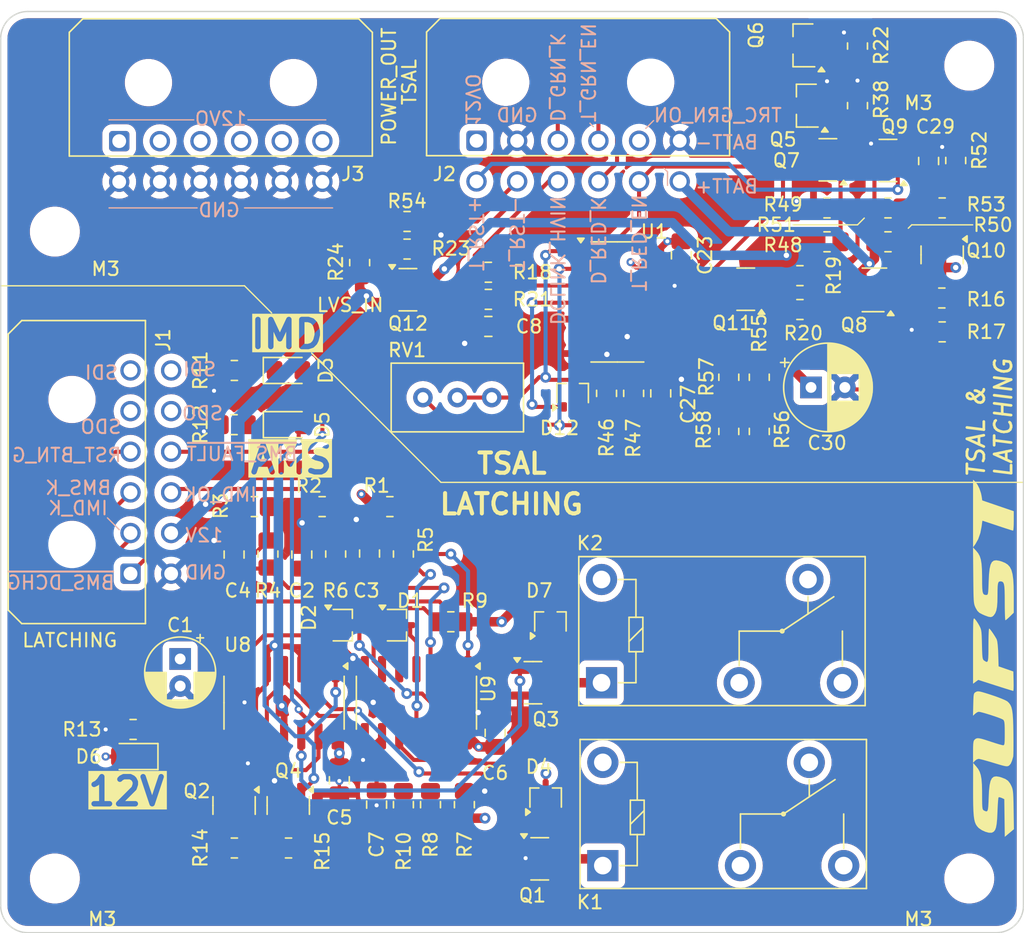
<source format=kicad_pcb>
(kicad_pcb (version 20240108) (generator "pcbnew") (generator_version "8.0")
  (layers (0 "F.Cu" signal) (1 "In1.Cu" signal) (2 "In2.Cu" signal) (31 "B.Cu" signal) (34 "B.Paste" user) (35 "F.Paste" user) (36 "B.SilkS" user "B.Silkscreen") (37 "F.SilkS" user "F.Silkscreen") (38 "B.Mask" user) (39 "F.Mask" user) (44 "Edge.Cuts" user))
  (net 0 "")
  (net 1 "GND")
  (net 2 "+12V")
  (net 3 "/IMD_OK_FILTERED")
  (net 4 "/~{BMS_FAULT_FILTERED}")
  (net 5 "/~{BMS_DISCHG_EN_FILTERED}")
  (net 6 "Net-(C7-Pad1)")
  (net 7 "/DCLINK_HV_DETECTED")
  (net 8 "Net-(Q10-S)")
  (net 9 "Net-(Q10-G)")
  (net 10 "Net-(Q11-G)")
  (net 12 "Net-(D1-A)")
  (net 13 "Net-(D1-K)")
  (net 14 "Net-(D2-K)")
  (net 16 "Net-(D3-K)")
  (net 17 "/IMD_FAULT_LATCHED")
  (net 19 "Net-(D4-A)")
  (net 20 "Net-(D5-K)")
  (net 21 "/BMS_FAULT_LATCHED")
  (net 22 "Net-(D6-K)")
  (net 24 "Net-(D7-A)")
  (net 25 "/BATT+")
  (net 26 "/~{BMS_DISCHG_EN}")
  (net 27 "/IMD_OK")
  (net 28 "/~{BMS_FAULT}")
  (net 29 "/SHUTDOWN_OUT")
  (net 30 "/SHUTDOWN_IN")
  (net 32 "Net-(K1-Pad2)")
  (net 34 "/BMS_OK_LATCHED")
  (net 35 "Net-(Q2-D)")
  (net 36 "/IMD_OK_LATCHED")
  (net 37 "Net-(Q4-D)")
  (net 38 "/GREEN_LED_ENABLED")
  (net 39 "/POR")
  (net 40 "/RED_LED_ENABLED")
  (net 41 "Net-(C27-Pad1)")
  (net 42 "Net-(D12-K)")
  (net 44 "Net-(D12-A)")
  (net 45 "Net-(Q7-D)")
  (net 46 "Net-(Q7-G)")
  (net 47 "Net-(Q8-G)")
  (net 48 "Net-(R55-Pad2)")
  (net 49 "Net-(R57-Pad2)")
  (net 50 "Net-(U8B-S)")
  (net 51 "Net-(U8A-S)")
  (net 52 "Net-(U9-Pad10)")
  (net 53 "+12A V")
  (net 54 "Net-(Q12-G)")
  (net 56 "/GREEN_LED_ON")
  (net 57 "/Reset Button GND")
  (net 58 "/BMS_LED_K")
  (net 59 "/IMD_LED_K")
  (net 60 "+12AO V")
  (net 61 "Net-(U1-Pad11)")
  (net 63 "/LATCH.RESET+")
  (net 64 "/LATCH.RESET-")
  (net 65 "/GREEN.LED.K")
  (net 66 "/TS.DETECTED")
  (net 67 "/RED.LED.K")
  (footprint "Resistor_SMD:R_0805_2012Metric_Pad1.20x1.40mm_HandSolder" (layer "F.Cu") (at 92.5 55.0375)
    (property "Reference" "R23")
    (property "Value" "10k")
  )
  (footprint "Resistor_SMD:R_0805_2012Metric_Pad1.20x1.40mm_HandSolder" (layer "F.Cu") (at 128 54.5 180)
    (property "Reference" "R50")
    (property "Value" "100k")
  )
  (footprint "Package_TO_SOT_SMD:SOT-323_SC-70" (layer "F.Cu") (at 102.73 95.55 90)
    (property "Reference" "D4")
    (property "Value" "BAT54W")
  )
  (footprint "Capacitor_SMD:C_0805_2012Metric_Pad1.18x1.45mm_HandSolder" (layer "F.Cu") (at 111.225 65.69 90)
    (property "Reference" "C27")
    (property "Value" "10u")
  )
  (footprint "Resistor_SMD:R_0805_2012Metric_Pad1.20x1.40mm_HandSolder" (layer "F.Cu") (at 132 52 180)
    (property "Reference" "R53")
    (property "Value" "10k")
  )
  (footprint "Resistor_SMD:R_0805_2012Metric_Pad1.20x1.40mm_HandSolder" (layer "F.Cu") (at 86.23 74.05)
    (property "Reference" "R2")
    (property "Value" "2k2")
  )
  (footprint "Package_TO_SOT_SMD:SOT-23" (layer "F.Cu") (at 128 48.5 180)
    (property "Reference" "Q9")
    (property "Value" "XP262N7002TR-G")
  )
  (footprint "Connector_Molex:Molex_Micro-Fit_3.0_43045-1200_2x06_P3.00mm_Horizontal" (layer "F.Cu") (at 97.625 47.045)
    (property "Reference" "J2")
    (property "Value" "Conn_02x06_Counter_Clockwise")
  )
  (footprint "Connector_Molex:Molex_Micro-Fit_3.0_43045-1200_2x06_P3.00mm_Horizontal" (layer "F.Cu") (at 71.25 47.07)
    (property "Reference" "J3")
    (property "Value" "Conn_02x06_Counter_Clockwise")
  )
  (footprint "Resistor_SMD:R_0805_2012Metric_Pad1.20x1.40mm_HandSolder" (layer "F.Cu") (at 81.23 74.05)
    (property "Reference" "R3")
    (property "Value" "10k")
  )
  (footprint "Resistor_SMD:R_0805_2012Metric_Pad1.20x1.40mm_HandSolder" (layer "F.Cu") (at 79.75 64 180)
    (property "Reference" "R11")
    (property "Value" "3k3")
  )
  (footprint "Resistor_SMD:R_0805_2012Metric_Pad1.20x1.40mm_HandSolder" (layer "F.Cu") (at 121.5 57 180)
    (property "Reference" "R19")
    (property "Value" "10k")
  )
  (footprint "Resistor_SMD:R_0805_2012Metric_Pad1.20x1.40mm_HandSolder" (layer "F.Cu") (at 131.975 58.65 180)
    (property "Reference" "R16")
    (property "Value" "10k")
  )
  (footprint "Package_TO_SOT_SMD:SOT-23_Handsoldering" (layer "F.Cu") (at 121.75 40 180)
    (property "Reference" "Q6")
    (property "Value" "FDN359BN")
  )
  (footprint "Relay_THT:Relay_SPDT_Omron-G5Q-1" (layer "F.Cu") (at 106.95 100.55)
    (property "Reference" "K1")
    (property "Value" "G5Q-1EU DC12")
  )
  (footprint "Connector_Molex:Molex_Micro-Fit_3.0_43045-1200_2x06_P3.00mm_Horizontal" (layer "F.Cu") (at 72.085 79 90)
    (property "Reference" "J1")
    (property "Value" "Conn_02x06_Counter_Clockwise")
  )
  (footprint "Capacitor_SMD:C_0805_2012Metric_Pad1.18x1.45mm_HandSolder" (layer "F.Cu") (at 87.5 94.25 -90)
    (property "Reference" "C5")
    (property "Value" "100n")
  )
  (footprint "Resistor_SMD:R_0805_2012Metric_Pad1.20x1.40mm_HandSolder" (layer "F.Cu") (at 132 61.15 180)
    (property "Reference" "R17")
    (property "Value" "10k")
  )
  (footprint "Resistor_SMD:R_0805_2012Metric_Pad1.20x1.40mm_HandSolder" (layer "F.Cu") (at 94.23 96.05 -90)
    (property "Reference" "R8")
    (property "Value" "10k")
  )
  (footprint "Resistor_SMD:R_0805_2012Metric_Pad1.20x1.40mm_HandSolder" (layer "F.Cu") (at 92.23 77.55 -90)
    (property "Reference" "R5")
    (property "Value" "10k")
  )
  (footprint "Resistor_SMD:R_0805_2012Metric_Pad1.20x1.40mm_HandSolder" (layer "F.Cu") (at 89 56.0375 -90)
    (property "Reference" "R24")
    (property "Value" "10k")
  )
  (footprint "Package_TO_SOT_SMD:SOT-23" (layer "F.Cu") (at 83.73 96.1125 -90)
    (property "Reference" "Q4")
    (property "Value" "XP262N7002TR-G")
  )
  (footprint "Resistor_SMD:R_0805_2012Metric_Pad1.20x1.40mm_HandSolder" (layer "F.Cu") (at 79.73 68 180)
    (property "Reference" "R12")
    (property "Value" "3k3")
  )
  (footprint "Package_TO_SOT_SMD:SOT-23" (layer "F.Cu") (at 102.2925 100.05)
    (property "Reference" "Q1")
    (property "Value" "XP262N7002TR-G")
  )
  (footprint "Capacitor_SMD:C_0805_2012Metric_Pad1.18x1.45mm_HandSolder" (layer "F.Cu") (at 99 90.75 90)
    (property "Reference" "C6")
    (property "Value" "100n")
  )
  (footprint "MountingHole:MountingHole_3.2mm_M3" (layer "F.Cu") (at 66.5 53.75)
    (property "Reference" "H2" (hide yes))
    (property "Value" "M3")
  )
  (footprint "Capacitor_SMD:C_0805_2012Metric_Pad1.18x1.45mm_HandSolder" (layer "F.Cu") (at 79.73 77.5875 90)
    (property "Reference" "C4")
    (property "Value" "100n")
  )
  (footprint "Package_TO_SOT_SMD:SOT-323_SC-70" (layer "F.Cu") (at 87.73 82.8)
    (property "Reference" "D2")
    (property "Value" "BAT54W")
  )
  (footprint "Capacitor_SMD:C_0805_2012Metric_Pad1.18x1.45mm_HandSolder" (layer "F.Cu") (at 89.73 77.5125 90)
    (property "Reference" "C3")
    (property "Value" "100n")
  )
  (footprint "Resistor_SMD:R_0805_2012Metric_Pad1.20x1.40mm_HandSolder" (layer "F.Cu") (at 123.5 52)
    (property "Reference" "R49")
    (property "Value" "10k")
  )
  (footprint "Resistor_SMD:R_0805_2012Metric_Pad1.20x1.40mm_HandSolder" (layer "F.Cu") (at 79.75 99.25 180)
    (property "Reference" "R14")
    (property "Value" "1k")
  )
  (footprint "Package_TO_SOT_SMD:SOT-323_SC-70" (layer "F.Cu") (at 91.73 82.8)
    (property "Reference" "D1")
    (property "Value" "BAT54W")
  )
  (footprint "Resistor_SMD:R_0805_2012Metric_Pad1.20x1.40mm_HandSolder" (layer "F.Cu") (at 87.23 77.55 -90)
    (property "Reference" "R6")
    (property "Value" "10k")
  )
  (footprint "Package_SO:SOIC-14_3.9x8.7mm_P1.27mm" (layer "F.Cu") (at 108.025 58.94)
    (property "Reference" "U1")
    (property "Value" "40106")
  )
  (footprint "Package_SO:SOIC-14_3.9x8.7mm_P1.27mm" (layer "F.Cu") (at 93.19 88.525 -90)
    (property "Reference" "U9")
    (property "Value" "40106")
  )
  (footprint "Package_TO_SOT_SMD:SOT-23" (layer "F.Cu") (at 123.5625 48.45 180)
    (property "Reference" "Q7")
    (property "Value" "XP262N7002TR-G")
  )
  (footprint "Resistor_SMD:R_0805_2012Metric_Pad1.20x1.40mm_HandSolder" (layer "F.Cu") (at 92.23 96.05 -90)
    (property "Reference" "R10")
    (property "Value" "220R")
  )
  (footprint "Resistor_SMD:R_0805_2012Metric_Pad1.20x1.40mm_HandSolder" (layer "F.Cu") (at 118.5 68.5 -90)
    (property "Reference" "R56")
    (property "Value" "1k")
  )
  (footprint "Resistor_SMD:R_0805_2012Metric_Pad1.20x1.40mm_HandSolder" (layer "F.Cu") (at 116.25 68.5 -90)
    (property "Reference" "R58")
    (property "Value" "1k")
  )
  (footprint "LED_SMD:LED_0805_2012Metric_Pad1.15x1.40mm_HandSolder" (layer "F.Cu") (at 83.745 64)
    (property "Reference" "D3")
    (property "Value" "LED")
  )
  (footprint "Package_TO_SOT_SMD:SOT-23_Handsoldering" (layer "F.Cu") (at 122 44.45 180)
    (property "Reference" "Q5")
    (property "Value" "FDN359BN")
  )
  (footprint "Resistor_SMD:R_0805_2012Metric_Pad1.20x1.40mm_HandSolder" (layer "F.Cu") (at 116.25 64.5 -90)
    (property "Reference" "R57")
    (property "Value" "1k")
  )
  (footprint "Package_TO_SOT_SMD:SOT-23" (layer "F.Cu") (at 101.7925 87.05)
    (property "Reference" "Q3")
    (property "Value" "XP262N7002TR-G")
  )
  (footprint "Package_TO_SOT_SMD:SOT-323_SC-70" (layer "F.Cu") (at 103.08 82.55 90)
    (property "Reference" "D7")
    (property "Value" "BAT54W")
  )
  (footprint "Resistor_SMD:R_0805_2012Metric_Pad1.20x1.40mm_HandSolder" (layer "F.Cu") (at 133 48.5 -90)
    (property "Reference" "R52")
    (property "Value" "100k")
  )
  (footprint "Package_TO_SOT_SMD:SOT-23" (layer "F.Cu") (at 117.5 58 180)
    (property "Reference" "Q11")
    (property "Value" "AO3400A")
  )
  (footprint "Relay_THT:Relay_SPDT_Omron-G5Q-1" (layer "F.Cu") (at 106.855 87.05)
    (property "Reference" "K2")
    (property "Value" "G5Q-1EU DC12")
  )
  (footprint "Resistor_SMD:R_0805_2012Metric_Pad1.20x1.40mm_HandSolder" (layer "F.Cu") (at 72.275 90.5 180)
    (property "Reference" "R13")
    (property "Value" "3k3")
  )
  (footprint "Package_TO_SOT_SMD:SOT-23-6_Handsoldering" (layer "F.Cu") (at 127 58.05 180)
    (property "Reference" "Q8")
    (property "Value" "DMP3056LDM")
  )
  (footprint "Resistor_SMD:R_0805_2012Metric_Pad1.20x1.40mm_HandSolder" (layer "F.Cu") (at 95.73 82.55 180)
    (property "Reference" "R9")
    (property "Value" "10k")
  )
  (footprint "Capacitor_SMD:C_0805_2012Metric_Pad1.18x1.45mm_HandSolder" (layer "F.Cu") (at 131 48.5375 90)
    (property "Reference" "C29")
    (property "Value" "100n")
  )
  (footprint "Resistor_SMD:R_0805_2012Metric_Pad1.20x1.40mm_HandSolder" (layer "F.Cu") (at 96.73 96.05 90)
    (property "Reference" "R7")
    (property "Value" "10k")
  )
  (footprint "LED_SMD:LED_0805_2012Metric_Pad1.15x1.40mm_HandSolder" (layer "F.Cu") (at 72.25 92.5 180)
    (property "Reference" "D6")
    (property "Value" "LED")
  )
  (footprint "Resistor_SMD:R_0805_2012Metric_Pad1.20x1.40mm_HandSolder" (layer "F.Cu") (at 125.75 44.45 -90)
    (property "Reference" "R38")
    (property "Value" "10k")
  )
  (footprint "MountingHole:MountingHole_3.2mm_M3" (layer "F.Cu") (at 134 101.5)
    (property "Reference" "H4" (hide yes))
    (property "Value" "M3")
  )
  (footprint "Capacitor_SMD:C_0805_2012Metric_Pad1.18x1.45mm_HandSolder" (layer "F.Cu") (at 98.5 60.75 180)
    (property "Reference" "C8")
    (property "Value" "100n")
  )
  (footprint "Resistor_SMD:R_0805_2012Metric_Pad1.20x1.40mm_HandSolder" (layer "F.Cu") (at 82.23 77.55 -90)
    (property "Reference" "R4")
    (property "Value" "10k")
  )
  (footprint "Capacitor_SMD:C_0805_2012Metric_Pad1.18x1.45mm_HandSolder" (layer "F.Cu") (at 84.73 77.5875 90)
    (property "Reference" "C2")
    (property "Value" "100n")
  )
  (footprint "LED_SMD:LED_0805_2012Metric_Pad1.15x1.40mm_HandSolder" (layer "F.Cu") (at 83.75 68)
    (property "Reference" "D5")
    (property "Value" "LED")
  )
  (footprint "Resistor_SMD:R_0805_2012Metric_Pad1.20x1.40mm_HandSolder" (layer "F.Cu") (at 125.75 40.05 -90)
    (property "Reference" "R22")
    (property "Value" "10k")
  )
  (footprint "Capacitor_THT:CP_Radial_D5.0mm_P2.00mm" (layer "F.Cu") (at 75.75 85.294888 -90)
    (property "Reference" "C1")
    (property "Value" "100u")
  )
  (footprint "Package_TO_SOT_SMD:SOT-23" (layer "F.Cu") (at 132 55.4625 -90)
    (property "Reference" "Q10")
    (property "Value" "AO3400A")
  )
  (footprint "MountingHole:MountingHole_3.2mm_M3" (layer "F.Cu") (at 134 41.5)
    (property "Reference" "H1" (hide yes))
    (property "Value" "M3")
  )
  (footprint "Resistor_SMD:R_0805_2012Metric_Pad1.20x1.40mm_HandSolder" (layer "F.Cu") (at 83.75 99.25 180)
    (property "Reference" "R15")
    (property "Value" "1k")
  )
  (footprint "SUFST:sufst-text" (layer "F.Cu") (at 135.75 85.25 90)
    (property "Reference" "G***" (hide yes))
    (property "Value" "LOGO" (hide yes))
  )
  (footprint "Resistor_SMD:R_0805_2012Metric_Pad1.20x1.40mm_HandSolder" (layer "F.Cu") (at 92.5 53)
    (property "Reference" "R54")
    (property "Value" "47")
  )
  (footprint "Package_TO_SOT_SMD:SOT-23" (layer "F.Cu") (at 79.73 96.1125 -90)
    (property "Reference" "Q2")
    (property "Value" "XP262N7002TR-G")
  )
  (footprint "Package_SO:SOIC-14_3.9x8.7mm_P1.27mm" (layer "F.Cu") (at 83.42 88.525 -90)
    (property "Reference" "U8")
    (property "Value" "4013")
  )
  (footprint "Capacitor_SMD:C_0805_2012Metric_Pad1.18x1.45mm_HandSolder" (layer "F.Cu") (at 90.25 96.05 -90)
    (property "Reference" "C7")
    (property "Value" "10u")
  )
  (footprint "Resistor_SMD:R_0805_2012Metric_Pad1.20x1.40mm_HandSolder" (layer "F.Cu") (at 118.5 64.5 -90)
    (property "Reference" "R55")
    (property "Value" "1k")
  )
  (footprint "Resistor_SMD:R_0805_2012Metric_Pad1.20x1.40mm_HandSolder" (layer "F.Cu") (at 98.5 58.75 180)
    (property "Reference" "R21")
    (property "Value" "10k")
  )
  (footprint "Capacitor_THT:CP_Radial_D6.3mm_P2.50mm" (layer "F.Cu") (at 122.317621 65.25)
    (property "Reference" "C30")
    (property "Value" "100u")
  )
  (footprint "Resistor_SMD:R_0805_2012Metric_Pad1.20x1.40mm_HandSolder" (layer "F.Cu") (at 98.5 56.75 180)
    (property "Reference" "R18")
    (property "Value" "10k")
  )
  (footprint "Resistor_SMD:R_0805_2012Metric_Pad1.20x1.40mm_HandSolder" (layer "F.Cu") (at 123.5 54.5 180)
    (property "Reference" "R48")
    (property "Value" "1k")
  )
  (footprint "Package_TO_SOT_SMD:SOT-323_SC-70" (layer "F.Cu") (at 104.725 65.69 90)
    (property "Reference" "D12")
    (property "Value" "BAT54W")
  )
  (footprint "Resistor_SMD:R_0805_2012Metric_Pad1.20x1.40mm_HandSolder" (layer "F.Cu") (at 109.225 65.69 -90)
    (property "Reference" "R47")
    (property "Value" "10k")
  )
  (footprint "Resistor_SMD:R_0805_2012Metric_Pad1.20x1.40mm_HandSolder" (layer "F.Cu") (at 91.23 74.05)
    (property "Reference" "R1")
    (property "Value" "10k")
  )
  (footprint "Resistor_SMD:R_0805_2012Metric_Pad1.20x1.40mm_HandSolder" (layer "F.Cu") (at 121.5 59.5)
    (property "Reference" "R20")
    (property "Value" "10k")
  )
  (footprint "Capacitor_SMD:C_0805_2012Metric_Pad1.18x1.45mm_HandSolder" (layer "F.Cu") (at 112.75 55.5 -90)
    (property "Reference" "C23")
    (property "Value" "100n")
  )
  (footprint "Package_TO_SOT_SMD:SOT-23" (layer "F.Cu") (at 92.5625 58.0375)
    (property "Reference" "Q12")
    (property "Value" "AO3400A")
  )
  (footprint "MountingHole:MountingHole_3.2mm_M3" (layer "F.Cu") (at 66.5 101.5)
    (property "Reference" "H3" (hide yes))
    (property "Value" "M3")
  )
  (footprint "Potentiometer_THT:Potentiometer_Bourns_3296W_Vertical" (layer "F.Cu") (at 93.67 66 180)
    (property "Reference" "RV1")
    (property "Value" "470k")
  )
  (footprint "Resistor_SMD:R_0805_2012Metric_Pad1.20x1.40mm_HandSolder" (layer "F.Cu") (at 128 52)
    (property "Reference" "R51")
    (property "Value" "10k")
  )
  (footprint "Resistor_SMD:R_0805_2012Metric_Pad1.20x1.40mm_HandSolder" (layer "F.Cu") (at 107.225 65.69 -90)
    (property "Reference" "R46")
    (property "Value" "100k")
  )
  (gr_line (start 76.75 45.5) (end 70.5 45.5) (stroke (width 0.1)) (layer "B.SilkS"))
  (gr_line (start 110.696348 45.553652) (end 110.125 46.125) (stroke (width 0.1)) (layer "B.SilkS"))
  (gr_line (start 111.725 49.335) (end 111.475 49.085) (stroke (width 0.1)) (layer "B.SilkS"))
  (gr_line (start 80.5 52) (end 87 52) (stroke (width 0.1)) (layer "B.SilkS"))
  (gr_line (start 70.381768 74.881768) (end 71.25 75.75) (stroke (width 0.1)) (layer "B.SilkS"))
  (gr_line (start 111.725 50.335) (end 111.725 49.335) (stroke (width 0.1)) (layer "B.SilkS"))
  (gr_line (start 106 45.75) (end 106.25 46) (stroke (width 0.1)) (layer "B.SilkS"))
  (gr_line (start 77 52) (end 70.5 52) (stroke (width 0.1)) (layer "B.SilkS"))
  (gr_line (start 80.75 45.5) (end 86.5 45.5) (stroke (width 0.1)) (layer "B.SilkS"))
  (gr_line (start 134.25 53.25) (end 129.75 53.25) (stroke (width 0.1)) (layer "F.SilkS"))
  (gr_line (start 129.75 53.25) (end 129.5 53.5) (stroke (width 0.1)) (layer "F.SilkS"))
  (gr_line (start 85.454398 62.713634) (end 95 72.259236) (stroke (width 0.1)) (layer "F.SilkS"))
  (gr_line (start 62.5 57.75) (end 80.5 57.75) (stroke (width 0.1)) (layer "F.SilkS"))
  (gr_line (start 125.75 53.25) (end 126.25 52.75) (stroke (width 0.1)) (layer "F.SilkS"))
  (gr_line (start 121 53.25) (end 125.75 53.25) (stroke (width 0.1)) (layer "F.SilkS"))
  (gr_line (start 95 72.259236) (end 138 72.259236) (stroke (width 0.1)) (layer "F.SilkS"))
  (gr_line (start 80.5 57.75) (end 82.5 59.75) (stroke (width 0.1)) (layer "F.SilkS"))
  (gr_line (start 138 39.5) (end 138 103.5) (stroke (width 0.1)) (layer "Edge.Cuts"))
  (gr_arc (start 64.5 105.5) (mid 63.085786 104.914214) (end 62.5 103.5) (stroke (width 0.1)) (layer "Edge.Cuts"))
  (gr_line (start 62.5 103.5) (end 62.5 39.5) (stroke (width 0.1)) (layer "Edge.Cuts"))
  (gr_arc (start 136 37.5) (mid 137.414214 38.085786) (end 138 39.5) (stroke (width 0.1)) (layer "Edge.Cuts"))
  (gr_arc (start 62.5 39.5) (mid 63.085786 38.085786) (end 64.5 37.5) (stroke (width 0.1)) (layer "Edge.Cuts"))
  (gr_line (start 64.5 37.5) (end 136 37.5) (stroke (width 0.1)) (layer "Edge.Cuts"))
  (gr_arc (start 138 103.5) (mid 137.414214 104.914214) (end 136 105.5) (stroke (width 0.1)) (layer "Edge.Cuts"))
  (gr_line (start 136 105.5) (end 64.5 105.5) (stroke (width 0.1)) (layer "Edge.Cuts"))
  (gr_text "RST_BTN_G\n" (at 63.25 70.25 0) (layer "B.SilkS") (effects (font (size 1 1)) (justify right mirror)))
  (gr_text "12VO\n" (at 96.75 46 -90) (layer "B.SilkS") (effects (font (size 1 1)) (justify left bottom mirror)))
  (gr_text "T_GRN_EN" (at 105.25 45.75 -90) (layer "B.SilkS") (effects (font (size 1 1)) (justify left bottom mirror)))
  (gr_text "SDO" (at 79 67.75 0) (layer "B.SilkS") (effects (font (size 1 1)) (justify left bottom mirror)))
  (gr_text "BATT-" (at 118.5 47.75 0) (layer "B.SilkS") (effects (font (size 1 1)) (justify left bottom mirror)))
  (gr_text "12V" (at 79 76.75 0) (layer "B.SilkS") (effects (font (size 1 1)) (justify left bottom mirror)))
  (gr_text "GND" (at 79.25 79.5 0) (layer "B.SilkS") (effects (font (size 1 1)) (justify left bottom mirror)))
  (gr_text "GND" (at 80.25 52.75 0) (layer "B.SilkS") (effects (font (size 1 1)) (justify left bottom mirror)))
  (gr_text "SDI" (at 71.25 64.75 0) (layer "B.SilkS") (effects (font (size 1 1)) (justify left bottom mirror)))
  (gr_text "~{BMS_DCHG}" (at 71 80.25 0) (layer "B.SilkS") (effects (font (size 1 1)) (justify left bottom mirror)))
  (gr_text "D_RED_K" (at 106 57.75 -90) (layer "B.SilkS") (effects (font (size 1 1)) (justify left bottom mirror)))
  (gr_text "SDO" (at 71.5 68.75 0) (layer "B.SilkS") (effects (font (size 1 1)) (justify left bottom mirror)))
  (gr_text "BMS_K\n" (at 70.75 73.25 0) (layer "B.SilkS") (effects (font (size 1 1)) (justify left bottom mirror)))
  (gr_text "T_RST+" (at 97 56.75 270) (layer "B.SilkS") (effects (font (size 1 1)) (justify left bottom mirror)))
  (gr_text "BATT+" (at 118.5 51 0) (layer "B.SilkS") (effects (font (size 1 1)) (justify left bottom mirror)))
  (gr_text "DCLINK_HVIN" (at 103 60.75 -90) (layer "B.SilkS") (effects (font (size 1 1)) (justify left bottom mirror)))
  (gr_text "T_RST-" (at 100 56.75 270) (layer "B.SilkS") (effects (font (size 1 1)) (justify left bottom mirror)))
  (gr_text "TRC_GRN_ON" (at 120.25 45.75 0) (layer "B.SilkS") (effects (font (size 1 1)) (justify left bottom mirror)))
  (gr_text "12VO" (at 80.75 46 0) (layer "B.SilkS") (effects (font (size 1 1)) (justify left bottom mirror)))
  (gr_text "IMD_K\n" (at 70.5 74.75 0) (layer "B.SilkS") (effects (font (size 1 1)) (justify left bottom mirror)))
  (gr_text "SDI" (at 78.5 64.5 0) (layer "B.SilkS") (effects (font (size 1 1)) (justify left bottom mirror)))
  (gr_text "T_RED_EN" (at 109 58.25 270) (layer "B.SilkS") (effects (font (size 1 1)) (justify left bottom mirror)))
  (gr_text "D_GRN_K" (at 103 45.75 -90) (layer "B.SilkS") (effects (font (size 1 1)) (justify left bottom mirror)))
  (gr_text "~{BMS_FAULT}" (at 84.5 70.75 0) (layer "B.SilkS") (effects (font (size 1 1)) (justify left bottom mirror)))
  (gr_text "GND" (at 102.25 45.75 0) (layer "B.SilkS") (effects (font (size 1 1)) (justify left bottom mirror)))
  (gr_text "IMD_OK\n" (at 81.5 73.75 0) (layer "B.SilkS") (effects (font (size 1 1)) (justify left bottom mirror)))
  (gr_text "POWER_OUT\n" (at 91.75 47.5 90) (layer "F.SilkS") (effects (font (size 1 1)) (justify left bottom)))
  (gr_text "TSAL" (at 97.5 71.75 0) (layer "F.SilkS") (effects (font (size 1.5 1.5) (thickness 0.3) (bold yes)) (justify left bottom)))
  (gr_text "TSAL & \nLATCHING" (at 137.25 72 90) (layer "F.SilkS") (effects (font (size 1.25 1.25) (thickness 0.2) (bold yes) (italic yes)) (justify left bottom)))
  (gr_text "AMS\n" (at 80.75 71.75 0) (layer "F.SilkS" knockout) (effects (font (size 2 2) (thickness 0.4) (bold yes)) (justify left bottom)))
  (gr_text "LATCHING" (at 64 84.5 0) (layer "F.SilkS") (effects (font (size 1 1)) (justify left bottom)))
  (gr_text "TSAL" (at 93.25 44.5 90) (layer "F.SilkS") (effects (font (size 1 1)) (justify left bottom)))
  (gr_text "12V" (at 68.75 96.25 0) (layer "F.SilkS" knockout) (effects (font (size 2 2) (thickness 0.4) (bold yes)) (justify left bottom)))
  (gr_text "LVS_IN\n" (at 85.75 59.75 0) (layer "F.SilkS") (effects (font (size 1 1)) (justify left bottom)))
  (gr_text "LATCHING\n" (at 94.75 74.75 0) (layer "F.SilkS") (effects (font (size 1.5 1.5) (thickness 0.3) (bold yes)) (justify left bottom)))
  (gr_text "IMD\n" (at 80.75 62.5 0) (layer "F.SilkS" knockout) (effects (font (size 2 2) (thickness 0.4) (bold yes)) (justify left bottom)))
  (segment (start 107.25 62.81) (end 105.775 62.81) (width 0.3) (layer "F.Cu") (net 1))
  (segment (start 80.5 88.02) (end 79.61 87.13) (width 0.3) (layer "F.Cu") (net 1))
  (segment (start 95 54) (end 94.75 54) (width 0.3) (layer "F.Cu") (net 1))
  (segment (start 79.73 76.55) (end 78.25 76.55) (width 0.3) (layer "F.Cu") (net 1))
  (segment (start 112.25 57.75) (end 112.75 57.25) (width 0.3) (layer "F.Cu") (net 1))
  (segment (start 80.88 93.075) (end 80.75 93) (width 0.3) (layer "F.Cu") (net 1))
  (segment (start 84.69 86.05) (end 84.69 85.075001) (width 0.3) (layer "F.Cu") (net 1))
  (segment (start 82.715 95.11) (end 82.78 95.175) (width 0.3) (layer "F.Cu") (net 1))
  (segment (start 70.25 90.5) (end 71.275 90.5) (width 0.3) (layer "F.Cu") (net 1))
  (segment (start 80.88 91) (end 80.5 90.62) (width 0.3) (layer "F.Cu") (net 1))
  (segment (start 83.42 91) (end 83.42 91.974999) (width 0.3) (layer "F.Cu") (net 1))
  (segment (start 125.75 43.45) (end 125.75 42.6) (width 0.3) (layer "F.Cu") (net 1))
  (segment (start 82.15 87.13) (end 82.15 86.05) (width 0.3) (layer "F.Cu") (net 1))
  (segment (start 81.455001 92.55) (end 80.88 91.974999) (width 0.3) (layer "F.Cu") (net 1))
  (segment (start 80.88 88.4) (end 82.15 87.13) (width 0.3) (layer "F.Cu") (net 1))
  (segment (start 80.5 88.5) (end 80.5 88.02) (width 0.3) (layer "F.Cu") (net 1))
  (segment (start 95 54) (end 96.5 54) (width 0.3) (layer "F.Cu") (net 1))
  (segment (start 95 54) (end 93.9625 55.0375) (width 0.3) (layer "F.Cu") (net 1))
  (segment (start 77.5 68.5) (end 78 68) (width 0.3) (layer "F.Cu") (net 1))
  (segment (start 82.715 94.285) (end 82.715 95.11) (width 0.3) (layer "F.Cu") (net 1))
  (segment (start 128.9875 47.5) (end 128.9375 47.55) (width 0.3) (layer "F.Cu") (net 1))
  (segment (start 83.42 91.974999) (end 82.844999 92.55) (width 0.3) (layer "F.Cu") (net 1))
  (segment (start 84.73 74.55) (end 85.23 74.05) (width 0.5) (layer "F.Cu") (net 1))
  (segment (start 97.75 89.25) (end 98.2125 89.7125) (width 0.3) (layer "F.Cu") (net 1))
  (segment (start 89.38 86.05) (end 87.88 84.55) (width 0.3) (layer "F.Cu") (net 1))
  (segment (start 98.2125 89.7125) (end 99 89.7125) (width 0.3) (layer "F.Cu") (net 1))
  (segment (start 96.73 95.05) (end 98.23 95.05) (width 0.3) (layer "F.Cu") (net 1))
  (segment (start 110.951948 64.6525) (end 111.225 64.6525) (width 0.3) (layer "F.Cu") (net 1))
  (segment (start 96.5 54) (end 96.75 53.75) (width 0.3) (layer "F.Cu") (net 1))
  (segment (start 80.5 88.78) (end 80.88 88.4) (width 0.3) (layer "F.Cu") (net 1))
  (segment (start 84.69 85.075001) (end 83.914999 84.3) (width 0.3) (layer "F.Cu") (net 1))
  (segment (start 78.78 95.175) (end 80.88 93.075) (width 0.3) (layer "F.Cu") (net 1))
  (segment (start 85.73 84.55) (end 84.69 85.59) (width 0.3) (layer "F.Cu") (net 1))
  (segment (start 89.73 76.475) (end 88.75 75.495) (width 0.3) (layer "F.Cu") (net 1))
  (segment (start 80.5 88.5) (end 80.6 88.4) (width 0.3) (layer "F.Cu") (net 1))
  (segment (start 79.61 87.13) (end 79.61 86.05) (width 0.3) (layer "F.Cu") (net 1))
  (segment (start 83.914999 84.3) (end 82.73 84.3) (width 0.3) (layer "F.Cu") (net 1))
  (segment (start 101.355 100.105) (end 101.25 100) (width 0.3) (layer "F.Cu") (net 1))
  (segment (start 80.5 90.62) (end 80.5 88.78) (width 0.3) (layer "F.Cu") (net 1))
  (segment (start 84.69 85.59) (end 84.69 86.05) (width 0.3) (layer "F.Cu") (net 1))
  (segment (start 80.6 88.4) (end 80.88 88.4) (width 0.3) (layer "F.Cu") (net 1))
  (segment (start 80.88 91.974999) (end 80.88 91) (width 0.3) (layer "F.Cu") (net 1))
  (segment (start 125.317621 65.4) (end 126 65.4) (width 0.3) (layer "F.Cu") (net 1))
  (segment (start 78.25 65.3) (end 79.15 64.4) (width 0.3) (layer "F.Cu") (net 1))
  (segment (start 93.9625 55.0375) (end 93.5 55.0375) (width 0.3) (layer "F.Cu") (net 1))
  (segment (start 82.15 86.05) (end 82.15 84.88) (width 0.3) (layer "F.Cu") (net 1))
  (segment (start 101.355 101) (end 101.355 100.105) (width 0.3) (layer "F.Cu") (net 1))
  (segment (start 87.5 95.2875) (end 87.5 94.3) (width 0.25) (layer "F.Cu") (net 1))
  (segment (start 84.73 76.55) (end 84.73 74.55) (width 0.5) (layer "F.Cu") (net 1))
  (segment (start 87.88 84.55) (end 85.73 84.55) (width 0.3) (layer "F.Cu") (net 1))
  (segment (start 82.844999 92.55) (end 81.455001 92.55) (width 0.3) (layer "F.Cu") (net 1))
  (segment (start 78.25 65.5) (end 78.25 65.3) (width 0.3) (layer "F.Cu") (net 1))
  (segment (start 88.75 75.495) (end 88.75 75) (width 0.3) (layer "F.Cu") (net 1))
  (segment (start 124.55 47.55) (end 124.5 47.5) (width 0.3) (layer "F.Cu") (net 1))
  (segment (start 112.75 64.6525) (end 111.225 64.6525) (width 0.3) (layer "F.Cu") (net 1))
  (segment (start 90.25 97.0875) (end 90.25 96.1) (width 0.25) (layer "F.Cu") (net 1))
  (segment (start 82.15 84.88) (end 82.73 84.3) (width 0.3) (layer "F.Cu") (net 1))
  (segment (start 112.75 57.25) (end 112.75 56.5375) (width 0.3) (layer "F.Cu") (net 1))
  (segment (start 78 68) (end 78.73 68) (width 0.3) (layer "F.Cu") (net 1))
  (segment (start 80.75 93) (end 80.88 91) (width 0.3) (layer "F.Cu") (net 1))
  (via (at 80.5 88.5) (size 0.6) (drill 0.3) (layers "F.Cu" "B.Cu") (net 1))
  (via (at 80.75 93) (size 0.6) (drill 0.3) (layers "F.Cu" "B.Cu") (net 1))
  (via (at 82.715 94.285) (size 0.8) (drill 0.4) (layers "F.Cu" "B.Cu") (net 1))
  (via (at 96.75 62) (size 0.8) (drill 0.4) (layers "F.Cu" "B.Cu") (net 1))
  (via (at 88.5 85.25) (size 0.8) (drill 0.4) (layers "F.Cu" "B.Cu") (net 1))
  (via (at 98.23 95.05) (size 0.8) (drill 0.4) (layers "F.Cu" "B.Cu") (net 1))
  (via (at 112.25 57.75) (size 0.6) (drill 0.3) (layers "F.Cu" "B.Cu") (net 1))
  (via (at 78.25 65.5) (size 0.6) (drill 0.3) (layers "F.Cu" "B.Cu") (net 1))
  (via (at 132 47.5) (size 0.6) (drill 0.3) (layers "F.Cu" "B.Cu") (net 1))
  (via (at 124.75 39.05) (size 0.6) (drill 0.3) (layers "F.Cu" "B.Cu") (net 1))
  (via (at 108.75 61.5) (size 0.8) (drill 0.4) (layers "F.Cu" "B.Cu") (net 1))
  (via (at 77.5 68.5) (size 0.6) (drill 0.3) (layers "F.Cu" "B.Cu") (net 1))
  (via (at 125.75 42.6) (size 0.6) (drill 0.3) (layers "F.Cu" "B.Cu") (net 1))
  (via (at 89.25 92.75) (size 0.6) (drill 0.3) (layers "F.Cu" "B.Cu") (net 1))
  (via (at 82.73 84.3) (size 0.8) (drill 0.4) (layers "F.Cu" "B.Cu") (net 1))
  (via (at 107.25 62.81) (size 0.8) (drill 0.4) (layers "F.Cu" "B.Cu") (net 1))
  (via (at 121.25 51.5) (size 0.6) (drill 0.3) (layers "F.Cu" "B.Cu") (net 1))
  (via (at 126.75 47.25) (size 0.6) (drill 0.3) (layers "F.Cu" "B.Cu") (net 1))
  (via (at 101.25 100) (size 0.6) (drill 0.3) (layers "F.Cu" "B.Cu") (net 1))
  (via (at 87.5 94.3) (size 0.6) (drill 0.3) (layers "F.Cu" "B.Cu") (net 1))
  (via (at 70.25 90.5) (size 0.6) (drill 0.3) (layers "F.Cu" "B.Cu") (net 1))
  (via (at 129.75 61) (size 0.6) (drill 0.3) (layers "F.Cu" "B.Cu") (net 1))
  (via (at 123.5 42.65) (size 0.6) (drill 0.3) (layers "F.Cu" "B.Cu") (net 1))
  (via (at 83.25 88.75) (size 0.8) (drill 0.4) (layers "F.Cu" "B.Cu") (net 1))
  (via (at 84.75 75.25) (size 0.8) (drill 0.4) (layers "F.Cu" "B.Cu") (net 1))
  (via (at 78.25 76.55) (size 0.8) (drill 0.4) (layers "F.Cu" "B.Cu") (net 1))
  (via (at 112.75 64.6525) (size 0.8) (drill 0.4) (layers "F.Cu" "B.Cu") (net 1))
  (via (at 90 88.5) (size 0.8) (drill 0.4) (layers "F.Cu" "B.Cu") (net 1))
  (via (at 88.75 75) (size 0.8) (drill 0.4) (layers "F.Cu" "B.Cu") (net 1))
  (via (at 95 54) (size 0.8) (drill 0.4) (layers "F.Cu" "B.Cu") (net 1))
  (via (at 97.75 89.25) (size 0.8) (drill 0.4) (layers "F.Cu" "B.Cu") (net 1))
  (via (at 90.25 96.1) (size 0.6) (drill 0.3) (layers "F.Cu" "B.Cu") (net 1))
  (segment (start 99.48 82.55) (end 96.73 82.55) (width 0.7) (layer "F.Cu") (net 2))
  (segment (start 102.73 94.55) (end 102.73 93.77) (width 0.3) (layer "F.Cu") (net 2))
  (segment (start 103.03 81.5) (end 103.08 81.55) (width 0.7) (layer "F.Cu") (net 2))
  (segment (start 70.25 92.5) (end 71.225 92.5) (width 0.3) (layer "F.Cu") (net 2))
  (segment (start 102.73 93.77) (end 102.75 93.75) (width 0.3) (layer "F.Cu") (net 2))
  (segment (start 96.73 97.05) (end 94.23 97.05) (width 0.7) (layer "F.Cu") (net 2))
  (segment (start 89.5 58.5) (end 89 58) (width 0.7) (layer "F.Cu") (net 2))
  (segment (start 77.625 73.875) (end 77.8 74.05) (width 0.7) (layer "F.Cu") (net 2))
  (segment (start 89.9875 58.9875) (end 89.5 58.5) (width 0.7) (layer "F.Cu") (net 2))
  (segment (start 89.125 73.125) (end 90.05 74.05) (width 0.7) (layer "F.Cu") (net 2))
  (segment (start 98.25 97.05) (end 96.73 97.05) (width 0.7) (layer "F.Cu") (net 2))
  (segment (start 89 58) (end 89 57.0375) (width 0.7) (layer "F.Cu") (net 2))
  (segment (start 99.48 82.55) (end 100.53 81.5) (width 0.7) (layer "F.Cu") (net 2))
  (segment (start 87.5 91.27) (end 87.23 91) (width 0.7) (layer "F.Cu") (net 2))
  (segment (start 91.625 58.9875) (end 89.9875 58.9875) (width 0.7) (layer "F.Cu") (net 2))
  (segment (start 90.05 74.05) (end 90.23 74.05) (width 0.7) (layer "F.Cu") (net 2))
  (segment (start 100.53 81.5) (end 103.03 81.5) (width 0.7) (layer "F.Cu") (net 2))
  (segment (start 97 91) (end 97.7875 91.7875) (width 0.7) (layer "F.Cu") (net 2))
  (segment (start 97.7875 91.7875) (end 99 91.7875) (width 0.7) (layer "F.Cu") (net 2))
  (segment (start 87.5 93.2125) (end 87.5 91.27) (width 0.7) (layer "F.Cu") (net 2))
  (segment (start 77.8 74.05) (end 80.23 74.05) (width 0.7) (layer "F.Cu") (net 2))
  (via (at 89.5 58.5) (size 0.8) (drill 0.4) (layers "F.Cu" "B.Cu") (net 2))
  (via (at 99.48 82.55) (size 0.8) (drill 0.4) (layers "F.Cu" "B.Cu") (net 2))
  (via (at 98.25 97.05) (size 0.8) (drill 0.4) (layers "F.Cu" "B.Cu") (net 2))
  (via (at 89.125 73.125) (size 0.6) (drill 0.3) (layers "F.Cu" "B.Cu") (net 2))
  (via (at 87.5 92.25) (size 0.8) (drill 0.4) (layers "F.Cu" "B.Cu") (net 2))
  (via (at 102.75 93.75) (size 0.8) (drill 0.4) (layers "F.Cu" "B.Cu") (net 2))
  (via (at 70.25 92.5) (size 0.6) (drill 0.3) (layers "F.Cu" "B.Cu") (net 2))
  (via (at 97.7875 91.7875) (size 0.6) (drill 0.3) (layers "F.Cu" "B.Cu") (net 2))
  (via (at 77.625 73.875) (size 0.8) (drill 0.4) (layers "F.Cu" "B.Cu") (net 2))
  (segment (start 89.5 58.5) (end 89.125 58.5) (width 1) (layer "B.Cu") (net 2))
  (segment (start 75.5 76) (end 75.085 76) (width 1) (layer "B.Cu") (net 2))
  (segment (start 80 67.625) (end 80 71.5) (width 1) (layer "B.Cu") (net 2))
  (segment (start 89.125 58.5) (end 80 67.625) (width 1) (layer "B.Cu") (net 2))
  (segment (start 80 71.5) (end 75.5 76) (width 1) (layer "B.Cu") (net 2))
  (segment (start 84.73 78.625) (end 87.155 78.625) (width 0.3) (layer "F.Cu") (net 3))
  (segment (start 88.23 77.55) (end 87.23 78.55) (width 0.3) (layer "F.Cu") (net 3))
  (segment (start 87.155 78.625) (end 87.23 78.55) (width 0.3) (layer "F.Cu") (net 3))
  (segment (start 95.73 77.55) (end 88.23 77.55) (width 0.3) (layer "F.Cu") (net 3))
  (segment (start 97 86.05) (end 97 84.28) (width 0.3) (layer "F.Cu") (net 3))
  (via (at 95.73 77.55) (size 0.8) (drill 0.4) (layers "F.Cu" "B.Cu") (net 3))
  (via (at 97 84.28) (size 0.8) (drill 0.4) (layers "F.Cu" "B.Cu") (net 3))
  (segment (start 97 78.82) (end 97 84.28) (width 0.3) (layer "B.Cu") (net 3))
  (segment (start 95.73 77.55) (end 97 78.82) (width 0.3) (layer "B.Cu") (net 3))
  (segment (start 93.23 78.55) (end 92.23 78.55) (width 0.3) (layer "F.Cu") (net 4))
  (segment (start 93.19 88.79) (end 93.19 91) (width 0.3) (layer "F.Cu") (net 4))
  (segment (start 94.23 79.05) (end 93.73 79.05) (width 0.3) (layer "F.Cu") (net 4))
  (segment (start 89.73 78.55) (end 92.23 78.55) (width 0.3) (layer "F.Cu") (net 4))
  (segment (start 93.23 88.75) (end 93.19 88.79) (width 0.3) (layer "F.Cu") (net 4))
  (segment (start 93.73 79.05) (end 93.23 78.55) (width 0.3) (layer "F.Cu") (net 4))
  (via (at 93.23 88.75) (size 0.8) (drill 0.4) (layers "F.Cu" "B.Cu") (net 4))
  (via (at 94.23 79.05) (size 0.8) (drill 0.4) (layers "F.Cu" "B.Cu") (net 4))
  (segment (start 93.23 80.05) (end 94.23 79.05) (width 0.3) (layer "B.Cu") (net 4))
  (segment (start 93.23 88.75) (end 93.23 80.05) (width 0.3) (layer "B.Cu") (net 4))
  (segment (start 95.23 80.05) (end 83.73 80.05) (width 0.3) (layer "F.Cu") (net 5))
  (segment (start 82.155 78.625) (end 82.23 78.55) (width 0.3) (layer "F.Cu") (net 5))
  (segment (start 94.23 86.05) (end 94.23 84.05) (width 0.3) (layer "F.Cu") (net 5))
  (segment (start 83.73 80.05) (end 82.23 78.55) (width 0.3) (layer "F.Cu") (net 5))
  (segment (start 94.46 86.05) (end 94.23 86.05) (width 0.3) (layer "F.Cu") (net 5))
  (segment (start 79.73 78.625) (end 82.155 78.625) (width 0.3) (layer "F.Cu") (net 5))
  (via (at 95.23 80.05) (size 0.8) (drill 0.4) (layers "F.Cu" "B.Cu") (net 5))
  (via (at 94.23 84.05) (size 0.8) (drill 0.4) (layers "F.Cu" "B.Cu") (net 5))
  (segment (start 94.23 81.05) (end 95.23 80.05) (width 0.3) (layer "B.Cu") (net 5))
  (segment (start 94.23 84.05) (end 94.23 81.05) (width 0.3) (layer "B.Cu") (net 5))
  (segment (start 90.25 95.0125) (end 90.25 91.4) (width 0.3) (layer "F.Cu") (net 6))
  (segment (start 94.23 95.05) (end 93.73 95.05) (width 0.3) (layer "F.Cu") (net 6))
  (segment (start 93.73 95.05) (end 93.6925 95.0125) (width 0.3) (layer "F.Cu") (net 6))
  (segment (start 90.25 91.4) (end 90.65 91) (width 0.3) (layer "F.Cu") (net 6))
  (segment (start 93.6925 95.0125) (end 90.25 95.0125) (width 0.3) (layer "F.Cu") (net 6))
  (segment (start 99.5 58.75) (end 100.52 57.73) (width 0.3) (layer "F.Cu") (net 7))
  (segment (start 99.5375 60.75) (end 99.5375 58.7875) (width 0.3) (layer "F.Cu") (net 7))
  (segment (start 100.52 57.73) (end 105.775 57.73) (width 0.3) (layer "F.Cu") (net 7))
  (segment (start 99.5375 58.7875) (end 99.5 58.75) (width 0.3) (layer "F.Cu") (net 7))
  (segment (start 129.8 58.05) (end 130.15 58.4) (width 0.3) (layer "F.Cu") (net 8))
  (segment (start 125.65 59) (end 125.65 58.05) (width 0.3) (layer "F.Cu") (net 8))
  (segment (start 130.15 58.4) (end 130.975 58.4) (width 0.3) (layer "F.Cu") (net 8))
  (segment (start 128.35 59) (end 125.65 59) (width 0.3) (layer "F.Cu") (net 8))
  (segment (start 128.35 59) (end 128.35 58.05) (width 0.3) (layer "F.Cu") (net 8))
  (segment (start 131.05 54.525) (end 131.05 54.35) (width 0.3) (layer "F.Cu") (net 8))
  (segment (start 131 54.3) (end 131 52) (width 0.3) (layer "F.Cu") (net 8))
  (segment (start 131.05 54.35) (end 131 54.3) (width 0.3) (layer "F.Cu") (net 8))
  (segment (start 128.35 58.05) (end 129.8 58.05) (width 0.3) (layer "F.Cu") (net 8))
  (segment (start 131.05 58.575) (end 130.975 58.65) (width 0.25) (layer "F.Cu") (net 8))
  (segment (start 131.05 54.525) (end 131.05 58.575) (width 0.25) (layer "F.Cu") (net 8))
  (segment (start 133 61.15) (end 133 58.675) (width 0.25) (layer "F.Cu") (net 9))
  (segment (start 133 58.675) (end 132.975 58.65) (width 0.25) (layer "F.Cu") (net 9))
  (segment (start 132.975 58.65) (end 132.801238 58.65) (width 0.3) (layer "F.Cu") (net 9))
  (segment (start 133 58.9) (end 133 58.675) (width 0.3) (layer "F.Cu") (net 9))
  (segment (start 132.975 58.65) (end 134.25 57.375) (width 0.3) (layer "F.Cu") (net 9))
  (segment (start 134.25 57.375) (end 134.25 55.75) (width 0.3) (layer "F.Cu") (net 9))
  (segment (start 134.25 55.75) (end 133.025 54.525) (width 0.3) (layer "F.Cu") (net 9))
  (segment (start 133.025 54.525) (end 132.95 54.525) (width 0.3) (layer "F.Cu") (net 9))
  (segment (start 122.5 57.5) (end 120.5 59.5) (width 0.3) (layer "F.Cu") (net 10))
  (segment (start 122.5 57) (end 122.5 57.5) (width 0.3) (layer "F.Cu") (net 10))
  (segment (start 119.95 58.95) (end 120.5 59.5) (width 0.3) (layer "F.Cu") (net 10))
  (segment (start 118.4375 58.95) (end 119.95 58.95) (width 0.3) (layer "F.Cu") (net 10))
  (segment (start 90.73 81.55) (end 93.73 81.55) (width 0.3) (layer "F.Cu") (net 12))
  (segment (start 90.73 82.15) (end 90.73 81.55) (width 0.3) (layer "F.Cu") (net 12))
  (segment (start 86.73 82.15) (end 87.33 81.55) (width 0.3) (layer "F.Cu") (net 12))
  (segment (start 90.73 82.4) (end 91.92 83.59) (width 0.3) (layer "F.Cu") (net 12))
  (segment (start 87.33 81.55) (end 90.73 81.55) (width 0.3) (layer "F.Cu") (net 12))
  (segment (start 91.92 83.59) (end 91.92 86.05) (width 0.3) (layer "F.Cu") (net 12))
  (segment (start 93.73 81.55) (end 94.73 82.55) (width 0.3) (layer "F.Cu") (net 12))
  (segment (start 92.73 83.55) (end 93.19 84.01) (width 0.3) (layer "F.Cu") (net 13))
  (segment (start 92.73 83.05) (end 92.73 83.55) (width 0.3) (layer "F.Cu") (net 13))
  (segment (start 93.19 84.01) (end 93.19 86.05) (width 0.3) (layer "F.Cu") (net 13))
  (segment (start 93.6 87.85) (end 94.46 88.71) (width 0.3) (layer "F.Cu") (net 14))
  (segment (start 94.46 88.71) (end 94.46 91) (width 0.3) (layer "F.Cu") (net 14))
  (segment (start 92.48 87.85) (end 93.6 87.85) (width 0.3) (layer "F.Cu") (net 14))
  (segment (start 88.98 84.3) (end 88.98 83.3) (width 0.3) (layer "F.Cu") (net 14))
  (segment (start 88.98 83.3) (end 88.73 83.05) (width 0.3) (layer "F.Cu") (net 14))
  (via (at 88.98 84.3) (size 0.8) (drill 0.4) (layers "F.Cu" "B.Cu") (net 14))
  (via (at 92.48 87.85) (size 0.8) (drill 0.4) (layers "F.Cu" "B.Cu") (net 14))
  (segment (start 92.48 87.8) (end 88.98 84.3) (width 0.3) (layer "B.Cu") (net 14))
  (segment (start 92.48 87.85) (end 92.48 87.8) (width 0.3) (layer "B.Cu") (net 14))
  (segment (start 82.72 64) (end 80.75 64) (width 0.3) (layer "F.Cu") (net 16))
  (segment (start 84.5 89) (end 84.376262 89) (width 0.3) (layer "F.Cu") (net 17))
  (segment (start 85 64) (end 84.77 64) (width 0.3) (layer "F.Cu") (net 17))
  (segment (start 86.25 68.75) (end 86.25 65.25) (width 0.3) (layer "F.Cu") (net 17))
  (segment (start 85.96 92.57) (end 85.96 91) (width 0.3) (layer "F.Cu") (net 17))
  (segment (start 85.96 90.583738) (end 84.5 89.123738) (width 0.3) (layer "F.Cu") (net 17))
  (segment (start 84.5 89.123738) (end 84.5 89) (width 0.3) (layer "F.Cu") (net 17))
  (segment (start 81.5 93.5) (end 85.03 93.5) (width 0.3) (layer "F.Cu") (net 17))
  (segment (start 86.25 65.25) (end 85 64) (width 0.3) (layer "F.Cu") (net 17))
  (segment (start 85.03 93.5) (end 85.96 92.57) (width 0.3) (layer "F.Cu") (net 17))
  (segment (start 84.376262 89) (end 84.376262 89) (width 0.3) (layer "F.Cu") (net 17))
  (segment (start 80.68 94.32) (end 81.5 93.5) (width 0.3) (layer "F.Cu") (net 17))
  (segment (start 80.68 95.175) (end 80.68 94.32) (width 0.3) (layer "F.Cu") (net 17))
  (segment (start 85.96 91) (end 85.96 90.583738) (width 0.3) (layer "F.Cu") (net 17))
  (segment (start 80.73 95.225) (end 80.68 95.175) (width 0.3) (layer "F.Cu") (net 17))
  (via (at 84.5 89) (size 0.6) (drill 0.3) (layers "F.Cu" "B.Cu") (net 17))
  (via (at 86.25 68.75) (size 0.6) (drill 0.3) (layers "F.Cu" "B.Cu") (net 17))
  (segment (start 84.5 88.75) (end 84.5 89) (width 0.3) (layer "B.Cu") (net 17))
  (segment (start 84 88.25) (end 84.5 88.75) (width 0.3) (layer "B.Cu") (net 17))
  (segment (start 86.25 68.75) (end 84 71) (width 0.3) (layer "B.Cu") (net 17))
  (segment (start 84 71) (end 84 88.25) (width 0.3) (layer "B.Cu") (net 17))
  (segment (start 103.23 97.7) (end 103.23 100.05) (width 0.7) (layer "F.Cu") (net 19))
  (segment (start 102.08 96.55) (end 103.23 97.7) (width 0.7) (layer "F.Cu") (net 19))
  (segment (start 106.45 100.05) (end 106.95 100.55) (width 0.7) (layer "F.Cu") (net 19))
  (segment (start 103.23 100.05) (end 106.45 100.05) (width 0.7) (layer "F.Cu") (net 19))
  (segment (start 82.725 68) (end 80.73 68) (width 0.3) (layer "F.Cu") (net 20))
  (segment (start 85.616809 94.107099) (end 85.616809 94.238191) (width 0.3) (layer "F.Cu") (net 21))
  (segment (start 87.23 87.75) (end 87.23 86.05) (width 0.3) (layer "F.Cu") (net 21))
  (segment (start 85.616809 94.238191) (end 84.68 95.175) (width 0.3) (layer "F.Cu") (net 21))
  (segment (start 84.5 68.275) (end 84.775 68) (width 0.3) (layer "F.Cu") (net 21))
  (segment (start 84.5 69.25) (end 84.5 68.275) (width 0.3) (layer "F.Cu") (net 21))
  (via (at 87.23 87.75) (size 0.8) (drill 0.4) (layers "F.Cu" "B.Cu") (net 21))
  (via (at 85.616809 94.107099) (size 0.8) (drill 0.4) (layers "F.Cu" "B.Cu") (net 21))
  (via (at 84.5 69.25) (size 0.6) (drill 0.3) (layers "F.Cu" "B.Cu") (net 21))
  (segment (start 84.983618 91) (end 85.616809 91.633191) (width 0.3) (layer "B.Cu") (net 21))
  (segment (start 84.991809 91.008191) (end 85.616809 91.633191) (width 0.3) (layer "B.Cu") (net 21))
  (segment (start 85.616809 91.633191) (end 85.616809 94.107099) (width 0.3) (layer "B.Cu") (net 21))
  (segment (start 82 83.969339) (end 81.98 83.989339) (width 0.3) (layer "B.Cu") (net 21))
  (segment (start 81.98 83.989339) (end 81.98 88.73) (width 0.3) (layer "B.Cu") (net 21))
  (segment (start 81.98 88.73) (end 84.25 91) (width 0.3) (layer "B.Cu") (net 21))
  (segment (start 84.5 69.25) (end 82 71.75) (width 0.3) (layer "B.Cu") (net 21))
  (segment (start 87.23 88.77) (end 84.991809 91.008191) (width 0.3) (layer "B.Cu") (net 21))
  (segment (start 87.23 87.75) (end 87.23 88.77) (width 0.3) (layer "B.Cu") (net 21))
  (segment (start 84.25 91) (end 84.983618 91) (width 0.3) (layer "B.Cu") (net 21))
  (segment (start 82 71.75) (end 82 83.969339) (width 0.3) (layer "B.Cu") (net 21))
  (segment (start 73.275 92.5) (end 73.275 90.5) (width 0.3) (layer "F.Cu") (net 22))
  (segment (start 102.43 83.55) (end 102.43 86.75) (width 0.7) (layer "F.Cu") (net 24))
  (segment (start 102.43 86.75) (end 102.73 87.05) (width 0.7) (layer "F.Cu") (net 24))
  (segment (start 102.73 87.05) (end 106.855 87.05) (width 0.7) (layer "F.Cu") (net 24))
  (segment (start 127 55.75) (end 127 54.5) (width 0.7) (layer "F.Cu") (net 25))
  (segment (start 125.65 57.1) (end 127 55.75) (width 0.7) (layer "F.Cu") (net 25))
  (via (at 126.625 56.125) (size 0.8) (drill 0.4) (layers "F.Cu" "B.Cu") (net 25))
  (segment (start 126.625 56.125) (end 124.25 53.75) (width 0.7) (layer "B.Cu") (net 25))
  (segment (start 116.25 53.75) (end 112.625 50.125) (width 0.7) (layer "B.Cu") (net 25))
  (segment (start 124.25 53.75) (end 116.25 53.75) (width 0.7) (layer "B.Cu") (net 25))
  (segment (start 112.625 50.125) (end 112.625 50.045) (width 0.7) (layer "B.Cu") (net 25))
  (segment (start 73.5975 77.4875) (end 72.085 79) (width 0.3) (layer "F.Cu") (net 26))
  (segment (start 82.23 74.05) (end 82.23 76.55) (width 0.3) (layer "F.Cu") (net 26))
  (segment (start 81.2925 77.4875) (end 73.5975 77.4875) (width 0.3) (layer "F.Cu") (net 26))
  (segment (start 82.23 76.55) (end 81.2925 77.4875) (width 0.3) (layer "F.Cu") (net 26))
  (segment (start 87.23 74.05) (end 87.23 76.55) (width 0.3) (layer "F.Cu") (net 27))
  (segment (start 75.335 72.75) (end 85.93 72.75) (width 0.3) (layer "F.Cu") (net 27))
  (segment (start 85.93 72.75) (end 87.23 74.05) (width 0.3) (layer "F.Cu") (net 27))
  (segment (start 75.085 73) (end 75.335 72.75) (width 0.3) (layer "F.Cu") (net 27))
  (segment (start 92.534925 76.55) (end 92.23 76.55) (width 0.3) (layer "F.Cu") (net 28))
  (segment (start 75.085 70) (end 88.18 70) (width 0.3) (layer "F.Cu") (net 28))
  (segment (start 88.18 70) (end 92.23 74.05) (width 0.3) (layer "F.Cu") (net 28))
  (segment (start 92.23 76.55) (end 92.23 74.05) (width 0.3) (layer "F.Cu") (net 28))
  (segment (start 87 89) (end 85.96 87.96) (width 0.3) (layer "F.Cu") (net 34))
  (segment (start 93.5 93.75) (end 97.990661 93.75) (width 0.3) (layer "F.Cu") (net 34))
  (segment (start 88.75 89) (end 87 89) (width 0.3) (layer "F.Cu") (net 34))
  (segment (start 101.355 97.114339) (end 101.355 99.1) (width 0.3) (layer "F.Cu") (net 34))
  (segment (start 97.990661 93.75) (end 101.355 97.114339) (width 0.3) (layer "F.Cu") (net 34))
  (segment (start 85.96 87.96) (end 85.96 86.05) (width 0.3) (layer "F.Cu") (net 34))
  (segment (start 88.875 89.125) (end 88.75 89) (width 0.3) (layer "F.Cu") (net 34))
  (segment (start 93.375 93.625) (end 93.5 93.75) (width 0.3) (layer "F.Cu") (net 34))
  (via (at 88.875 89.125) (size 0.6) (drill 0.3) (layers "F.Cu" "B.Cu") (net 34))
  (via (at 93.375 93.625) (size 0.8) (drill 0.4) (layers "F.Cu" "B.Cu") (net 34))
  (segment (start 93.375 93.625) (end 88.875 89.125) (width 0.3) (layer "B.Cu") (net 34))
  (segment (start 79.73 97.05) (end 79.73 97.48) (width 0.3) (layer "F.Cu") (net 35))
  (segment (start 79.73 97.48) (end 80.75 98.5) (width 0.3) (layer "F.Cu") (net 35))
  (segment (start 80.75 98.5) (end 80.75 99.25) (width 0.3) (layer "F.Cu") (net 35))
  (segment (start 100.83 86.125) (end 100.855 86.1) (width 0.3) (layer "F.Cu") (net 36))
  (segment (start 100.83 86.916164) (end 100.83 86.125) (width 0.3) (layer "F.Cu") (net 36))
  (segment (start 84.69 92.45) (end 84.69 91) (width 0.3) (layer "F.Cu") (net 36))
  (via (at 84.69 92.45) (size 0.8) (drill 0.4) (layers "F.Cu" "B.Cu") (net 36))
  (via (at 100.83 86.916164) (size 0.8) (drill 0.4) (layers "F.Cu" "B.Cu") (net 36))
  (segment (start 100.83 86.916164) (end 100.83 90.17) (width 0.3) (layer "B.Cu") (net 36))
  (segment (start 85.449049 95) (end 84.69 94.240951) (width 0.3) (layer "B.Cu") (net 36))
  (segment (start 100.83 90.17) (end 96 95) (width 0.3) (layer "B.Cu") (net 36))
  (segment (start 84.69 94.240951) (end 84.69 92.45) (width 0.3) (layer "B.Cu") (net 36))
  (segment (start 96 95) (end 85.449049 95) (width 0.3) (layer "B.Cu") (net 36))
  (segment (start 84.75 99.25) (end 83.73 98.23) (width 0.3) (layer "F.Cu") (net 37))
  (segment (start 83.73 98.23) (end 83.73 97.05) (width 0.3) (layer "F.Cu") (net 37))
  (segment (start 127.25 42.55) (end 125.75 41.05) (width 0.3) (layer "F.Cu") (net 38))
  (segment (start 125.75 41.05) (end 123.35 41.05) (width 0.3) (layer "F.Cu") (net 38))
  (segment (start 106.625 47.045) (end 106.625 43.897994) (width 0.3) (layer "F.Cu") (net 38))
  (segment (start 127.25 45.830761) (end 127.25 42.55) (width 0.3) (layer "F.Cu") (net 38))
  (segment (start 106.625 43.897994) (end 109.772994 40.75) (width 0.3) (layer "F.Cu") (net 38))
  (segment (start 122.95 40.95) (end 123.25 40.95) (width 0.3) (layer "F.Cu") (net 38))
  (segment (start 120.25 48.75) (end 122.25 46.75) (width 0.3) (layer "F.Cu") (net 38))
  (segment (start 122.25 46.75) (end 126.330761 46.75) (width 0.3) (layer "F.Cu") (net 38))
  (segment (start 126.330761 46.75) (end 127.25 45.830761) (width 0.3) (layer "F.Cu") (net 38))
  (segment (start 109.772994 40.75) (end 123.05 40.75) (width 0.3) (layer "F.Cu") (net 38))
  (segment (start 123.05 40.75) (end 123.25 40.95) (width 0.3) (layer "F.Cu") (net 38))
  (segment (start 111.474999 60.21) (end 120.25 51.434999) (width 0.3) (layer "F.Cu") (net 38))
  (segment (start 125.8 41) (end 125.75 41.05) (width 0.3) (layer "F.Cu") (net 38))
  (segment (start 120.25 51.434999) (end 120.25 48.75) (width 0.3) (layer "F.Cu") (net 38))
  (segment (start 110.5 60.21) (end 111.474999 60.21) (width 0.3) (layer "F.Cu") (net 38))
  (segment (start 123.35 41.05) (end 123.25 40.95) (width 0.3) (layer "F.Cu") (net 38))
  (segment (start 83.524999 87.024999) (end 86 89.5) (width 0.3) (layer "F.Cu") (net 39))
  (segment (start 83.42 87.024999) (end 83.524999 87.024999) (width 0.3) (layer "F.Cu") (net 39))
  (segment (start 83.42 86.05) (end 83.42 87.024999) (width 0.3) (layer "F.Cu") (net 39))
  (segment (start 83.42 87.024999) (end 82.15 88.294999) (width 0.3) (layer "F.Cu") (net 39))
  (segment (start 87.88 89.5) (end 89.38 91) (width 0.3) (layer "F.Cu") (net 39))
  (segment (start 82.15 88.294999) (end 82.15 91) (width 0.3) (layer "F.Cu") (net 39))
  (segment (start 86 89.5) (end 87.88 89.5) (width 0.3) (layer "F.Cu") (net 39))
  (segment (start 123.5 45.4) (end 125.7 45.4) (width 0.3) (layer "F.Cu") (net 40))
  (segment (start 123 45.4) (end 123.5 45.4) (width 0.3) (layer "F.Cu") (net 40))
  (segment (start 125.7 45.4) (end 125.75 45.45) (width 0.3) (layer "F.Cu") (net 40))
  (segment (start 105.966262 56.4) (end 105.55 56.4) (width 0.3) (layer "F.Cu") (net 40))
  (segment (start 110.725 48.945) (end 119.055 48.945) (width 0.3) (layer "F.Cu") (net 40))
  (segment (start 119.055 48.945) (end 122.6 45.4) (width 0.3) (layer "F.Cu") (net 40))
  (segment (start 109.625 52.741262) (end 105.966262 56.4) (width 0.3) (layer "F.Cu") (net 40))
  (segment (start 105.875 68.04) (end 107.225 66.69) (width 0.3) (layer "F.Cu") (net 40))
  (segment (start 109.625 50.045) (end 109.625 52.741262) (width 0.3) (layer "F.Cu") (net 40))
  (segment (start 95.67 68) (end 93.67 66) (width 0.3) (layer "F.Cu") (net 40))
  (segment (start 103.75 68.04) (end 105.875 68.04) (width 0.3) (layer "F.Cu") (net 40))
  (segment (start 103.75 68.04) (end 103.71 68) (width 0.3) (layer "F.Cu") (net 40))
  (segment (start 122.6 45.4) (end 123.5 45.4) (width 0.3) (layer "F.Cu") (net 40))
  (segment (start 103.71 68) (end 95.67 68) (width 0.3) (layer "F.Cu") (net 40))
  (segment (start 109.625 50.045) (end 110.725 48.945) (width 0.3) (layer "F.Cu") (net 40))
  (segment (start 106.25 56.5) (end 103.725 56.5) (width 0.3) (layer "F.Cu") (net 40))
  (via (at 103.725 56.5) (size 0.8) (drill 0.4) (layers "F.Cu" "B.Cu") (net 40))
  (via (at 103.75 68.04) (size 0.8) (drill 0.4) (layers "F.Cu" "B.Cu") (net 40))
  (segment (start 103.75 68.04) (end 103.75 56.525) (width 0.3) (layer "B.Cu") (net 40))
  (segment (start 103.75 56.525) (end 103.725 56.5) (width 0.3) (layer "B.Cu") (net 40))
  (segment (start 111.225 66.69) (end 109.225 64.69) (width 0.3) (layer "F.Cu") (net 41))
  (segment (start 111.225 66.7275) (end 111.225 66.69) (width 0.3) (layer "F.Cu") (net 41))
  (segment (start 102.725 55.5) (end 103.035 55.19) (width 0.3) (layer "F.Cu") (net 42))
  (segment (start 100.75 66) (end 102.25 64.5) (width 0.3) (layer "F.Cu") (net 42))
  (segment (start 102.25 64.5) (end 102.725 64.5) (width 0.3) (layer "F.Cu") (net 42))
  (segment (start 109.225 66.69) (end 107.225 64.69) (width 0.3) (layer "F.Cu") (net 42))
  (segment (start 102.915 64.69) (end 102.725 64.5) (width 0.3) (layer "F.Cu") (net 42))
  (segment (start 107.225 64.69) (end 104.725 64.69) (width 0.3) (layer "F.Cu") (net 42))
  (segment (start 96.21 66) (end 100.75 66) (width 0.3) (layer "F.Cu") (net 42))
  (segment (start 104.725 64.69) (end 102.915 64.69) (width 0.3) (layer "F.Cu") (net 42))
  (segment (start 103.035 55.19) (end 105.775 55.19) (width 0.3) (layer "F.Cu") (net 42))
  (via (at 102.725 55.5) (size 0.8) (drill 0.4) (layers "F.Cu" "B.Cu") (net 42))
  (via (at 102.725 64.5) (size 0.8) (drill 0.4) (layers "F.Cu" "B.Cu") (net 42))
  (segment (start 102.725 64.5) (end 102.725 55.5) (width 0.3) (layer "B.Cu") (net 42))
  (segment (start 101.915 66.69) (end 101.725 66.5) (width 0.3) (layer "F.Cu") (net 44))
  (segment (start 101.725 59) (end 105.775 59) (width 0.3) (layer "F.Cu") (net 44))
  (segment (start 104.075 66.69) (end 101.915 66.69) (width 0.3) (layer "F.Cu") (net 44))
  (via (at 101.725 66.5) (size 0.8) (drill 0.4) (layers "F.Cu" "B.Cu") (net 44))
  (via (at 101.725 59) (size 0.8) (drill 0.4) (layers "F.Cu" "B.Cu") (net 44))
  (segment (start 101.725 66.5) (end 101.725 59) (width 0.3) (layer "B.Cu") (net 44))
  (segment (start 127.0125 48.45) (end 127.0625 48.5) (width 0.3) (layer "F.Cu") (net 45))
  (segment (start 122.625 48.45) (end 127.0125 48.45) (width 0.3) (layer "F.Cu") (net 45))
  (segment (start 127 52) (end 127 48.5625) (width 0.3) (layer "F.Cu") (net 45))
  (segment (start 127 48.5625) (end 127.0625 48.5) (width 0.3) (layer "F.Cu") (net 45))
  (segment (start 124.5 54.5) (end 124.5 49.4) (width 0.3) (layer "F.Cu") (net 46))
  (segment (start 129 56.45) (end 129 52) (width 0.3) (layer "F.Cu") (net 47))
  (segment (start 128.35 57.1) (end 129 56.45) (width 0.3) (layer "F.Cu") (net 47))
  (segment (start 118.5 67.5) (end 118.5 65.5) (width 0.5) (layer "F.Cu") (net 48))
  (segment (start 116.25 65.5) (end 116.25 67.5) (width 0.5) (layer "F.Cu") (net 49))
  (segment (start 95.73 81.894544) (end 95.73 86.05) (width 0.3) (layer "F.Cu") (net 50))
  (segment (start 79.61 91) (end 78.96 90.35) (width 0.3) (layer "F.Cu") (net 50))
  (segment (start 94.885456 81.05) (end 95.73 81.894544) (width 0.3) (layer "F.Cu") (net 50))
  (segment (start 80.73 81.05) (end 94.885456 81.05) (width 0.3) (layer "F.Cu") (net 50))
  (segment (start 78.96 82.82) (end 80.73 81.05) (width 0.3) (layer "F.Cu") (net 50))
  (segment (start 78.96 90.35) (end 78.96 82.82) (width 0.3) (layer "F.Cu") (net 50))
  (segment (start 87.772808 82.75) (end 88.297808 82.225) (width 0.3) (layer "F.Cu") (net 51))
  (segment (start 90.03 83.092808) (end 90.03 85.43) (width 0.3) (layer "F.Cu") (net 51))
  (segment (start 86.23 82.75) (end 87.772808 82.75) (width 0.3) (layer "F.Cu") (net 51))
  (segment (start 88.297808 82.225) (end 89.162192 82.225) (width 0.3) (layer "F.Cu") (net 51))
  (segment (start 90.03 85.43) (end 90.65 86.05) (width 0.3) (layer "F.Cu") (net 51))
  (segment (start 80.88 86.05) (end 80.88 84.62) (width 0.3) (layer "F.Cu") (net 51))
  (segment (start 85.43 83.55) (end 86.23 82.75) (width 0.3) (layer "F.Cu") (net 51))
  (segment (start 89.162192 82.225) (end 90.03 83.092808) (width 0.3) (layer "F.Cu") (net 51))
  (segment (start 80.88 84.62) (end 81.95 83.55) (width 0.3) (layer "F.Cu") (net 51))
  (segment (start 81.95 83.55) (end 85.43 83.55) (width 0.3) (layer "F.Cu") (net 51))
  (segment (start 95.73 91.77) (end 95.73 91) (width 0.3) (layer "F.Cu") (net 52))
  (segment (start 93 92.75) (end 94.75 92.75) (width 0.3) (layer "F.Cu") (net 52))
  (segment (start 91.92 91) (end 91.92 91.67) (width 0.3) (layer "F.Cu") (net 52))
  (segment (start 91.92 91.67) (end 93 92.75) (width 0.3) (layer "F.Cu") (net 52))
  (segment (start 94.75 92.75) (end 95.73 91.77) (width 0.3) (layer "F.Cu") (net 52))
  (segment (start 93.7125 58.0375) (end 95.25 56.5) (width 0.7) (layer "F.Cu") (net 53))
  (segment (start 122.5 54.75) (end 122.5 54.5) (width 0.3) (layer "F.Cu") (net 53))
  (segment (start 93.5 58.0375) (end 93.7125 58.0375) (width 0.7) (layer "F.Cu") (net 53))
  (via (at 120.5 55.5) (size 0.8) (drill 0.4) (layers "F.Cu" "B.Cu") (net 53))
  (via (at 95.25 56.5) (size 0.8) (drill 0.4) (layers "F.Cu" "B.Cu") (net 53))
  (segment (start 114.5 55.5) (end 112.09 53.09) (width 0.7) (layer "B.Cu") (net 53))
  (segment (start 112.09 53.09) (end 98.66 53.09) (width 0.7) (layer "B.Cu") (net 53))
  (segment (start 120.5 55.5) (end 114.5 55.5) (width 0.7) (layer "B.Cu") (net 53))
  (segment (start 98.66 53.09) (end 95.25 56.5) (width 0.7) (layer "B.Cu") (net 53))
  (segment (start 89 55.0375) (end 91.5 55.0375) (width 0.3) (layer "F.Cu") (net 54))
  (segment (start 91.5 55.0375) (end 91.5 56.9625) (width 0.3) (layer "F.Cu") (net 54))
  (segment (start 91.5 56.9625) (end 91.625 57.0875) (width 0.3) (layer "F.Cu") (net 54))
  (segment (start 110.5 56.4) (end 109.4 56.4) (width 0.3) (layer "F.Cu") (net 56))
  (segment (start 109.4 56.4) (end 109 56) (width 0.3) (layer "F.Cu") (net 56))
  (via (at 109 56) (size 0.6) (drill 0.3) (layers "F.Cu" "B.Cu") (net 56))
  (segment (start 89.5 101.25) (end 92.23 98.52) (width 0.3) (layer "F.Cu") (net 57))
  (segment (start 75.25 101.25) (end 89.5 101.25) (width 0.3) (layer "F.Cu") (net 57))
  (segment (start 67.5 79.75) (end 67.5 93.5) (width 0.3) (layer "F.Cu") (net 57))
  (segment (start 71 70) (end 65.75 75.25) (width 0.3) (layer "F.Cu") (net 57))
  (segment (start 65.75 75.25) (end 65.75 78) (width 0.3) (layer "F.Cu") (net 57))
  (segment (start 65.75 78) (end 67.5 79.75) (width 0.3) (layer "F.Cu") (net 57))
  (segment (start 92.23 98.52) (end 92.23 97.05) (width 0.3) (layer "F.Cu") (net 57))
  (segment (start 67.5 93.5) (end 75.25 101.25) (width 0.3) (layer "F.Cu") (net 57))
  (segment (start 72.085 70) (end 71 70) (width 0.3) (layer "F.Cu") (net 57))
  (segment (start 70 75.085) (end 72.085 73) (width 0.3) (layer "F.Cu") (net 58))
  (segment (start 68 79.75) (end 70 77.75) (width 0.3) (layer "F.Cu") (net 58))
  (segment (start 75.5 100.5) (end 68 93) (width 0.3) (layer "F.Cu") (net 58))
  (segment (start 68 93) (end 68 79.75) (width 0.3) (layer "F.Cu") (net 58))
  (segment (start 70 77.75) (end 70 75.085) (width 0.3) (layer "F.Cu") (net 58))
  (segment (start 82.75 99.617107) (end 81.867107 100.5) (width 0.3) (layer "F.Cu") (net 58))
  (segment (start 81.867107 100.5) (end 75.5 100.5) (width 0.3) (layer "F.Cu") (net 58))
  (segment (start 82.75 99.25) (end 82.75 99.617107) (width 0.3) (layer "F.Cu") (net 58))
  (segment (start 72.085 76.415) (end 72.085 76) (width 0.3) (layer "F.Cu") (net 59))
  (segment (start 75.25 99.25) (end 68.5 92.5) (width 0.3) (layer "F.Cu") (net 59))
  (segment (start 68.5 92.5) (end 68.5 80) (width 0.3) (layer "F.Cu") (net 59))
  (segment (start 68.5 80) (end 72.085 76.415) (width 0.3) (layer "F.Cu") (net 59))
  (segment (start 78.75 99.25) (end 75.25 99.25) (width 0.3) (layer "F.Cu") (net 59))
  (segment (start 116.25 63.5) (end 116.25 58.3125) (width 0.7) (layer "F.Cu") (net 60))
  (segment (start 111.7125 54.4625) (end 112.75 54.4625) (width 0.5) (layer "F.Cu") (net 60))
  (segment (start 111.045 55.13) (end 110.5 55.13) (width 0.5) (layer "F.Cu") (net 60))
  (segment (start 122.317621 65.25) (end 120.567621 63.5) (width 0.7) (layer "F.Cu") (net 60))
  (segment (start 120.567621 63.5) (end 116.25 63.5) (width 0.7) (layer "F.Cu") (net 60))
  (segment (start 132 56.4) (end 133 56.4) (width 0.7) (layer "F.Cu") (net 60))
  (segment (start 111.7125 54.4625) (end 111.045 55.13) (width 0.5) (layer "F.Cu") (net 60))
  (segment (start 116.25 58.3125) (end 116.5625 58) (width 0.7) (layer "F.Cu") (net 60))
  (via (at 133 56.4) (size 0.8) (drill 0.4) (layers "F.Cu" "B.Cu") (net 60))
  (via (at 111.7125 54.4625) (size 0.6) (drill 0.3) (layers "F.Cu" "B.Cu") (net 60))
  (segment (start 110.5 57.67) (end 110.5 58.94) (width 0.3) (layer "F.Cu") (net 61))
  (segment (start 128.9875 49.5) (end 128.9375 49.45) (width 0.3) (layer "F.Cu") (net 63))
  (segment (start 133 49.5) (end 128.9875 49.5) (width 0.3) (layer "F.Cu") (net 63))
  (segment (start 128.725 49.6625) (end 128.9375 49.45) (width 0.3) (layer "F.Cu") (net 63))
  (segment (start 128.725 50.65) (end 128.725 49.6625) (width 0.3) (layer "F.Cu") (net 63))
  (segment (start 133 52) (end 133 49.5) (width 0.3) (layer "F.Cu") (net 63))
  (via (at 128.725 50.65) (size 0.8) (drill 0.4) (layers "F.Cu" "B.Cu") (net 63))
  (segment (start 97.625 50.045) (end 97.625 49.875) (width 0.3) (layer "B.Cu") (net 63))
  (segment (start 116.25 48.75) (end 118.15 50.65) (width 0.3) (layer "B.Cu") (net 63))
  (segment (start 98.75 48.75) (end 116.25 48.75) (width 0.3) (layer "B.Cu") (net 63))
  (segment (start 97.625 49.875) (end 98.75 48.75) (width 0.3) (layer "B.Cu") (net 63))
  (segment (start 118.15 50.65) (end 128.725 50.65) (width 0.3) (layer "B.Cu") (net 63))
  (segment (start 97.67 53) (end 100.625 50.045) (width 0.3) (layer "F.Cu") (net 64))
  (segment (start 93.5 53) (end 97.67 53) (width 0.3) (layer "F.Cu") (net 64))
  (segment (start 120.25 40) (end 106.25 40) (width 0.3) (layer "F.Cu") (net 65))
  (segment (start 103.625 42.625) (end 103.625 47.045) (width 0.3) (layer "F.Cu") (net 65))
  (segment (start 106.25 40) (end 103.625 42.625) (width 0.3) (layer "F.Cu") (net 65))
  (segment (start 97.5 58.75) (end 97.5 56.75) (width 0.3) (layer "F.Cu") (net 66))
  (segment (start 97.5 55.5) (end 102.955 50.045) (width 0.3) (layer "F.Cu") (net 66))
  (segment (start 97.5 56.75) (end 97.5 55.5) (width 0.3) (layer "F.Cu") (net 66))
  (segment (start 102.955 50.045) (end 103.625 50.045) (width 0.3) (layer "F.Cu") (net 66))
  (segment (start 106.625 50.045) (end 108 48.67) (width 0.3) (layer "F.Cu") (net 67))
  (segment (start 108 48.67) (end 108 46.5) (width 0.3) (layer "F.Cu") (net 67))
  (segment (start 109.5 45) (end 119.95 45) (width 0.3) (layer "F.Cu") (net 67))
  (segment (start 119.95 45) (end 120.5 44.45) (width 0.3) (layer "F.Cu") (net 67))
  (segment (start 108 46.5) (end 109.5 45) (width 0.3) (layer "F.Cu") (net 67))
  (zone (net 1) (net_name "GND") (layer "F.Cu") (priority 5) (connect_pads yes (clearance 0.5)) (min_thickness 0.25) (fill yes (thermal_gap 0.5) (thermal_bridge_width 0.5))
    (polygon (pts (xy 86 73.315) (xy 83.75 73.315) (xy 83.25 73.75) (xy 83.25 77.25) (xy 83.5875 77.5875) (xy 85.71 77.5875) (xy 86 77.2975) (xy 86 73.317936)))
  )
  (zone (net 53) (net_name "+12A V") (layer "F.Cu") (priority 3) (connect_pads yes (clearance 0.5)) (min_thickness 0.25) (fill yes (thermal_gap 0.5) (thermal_bridge_width 0.5))
    (polygon (pts (xy 123.379799 55.711434) (xy 121.011376 58.2) (xy 118.2 58.2) (xy 117.19302 57.30698) (xy 117 55.875) (xy 117.5 54.25) (xy 118.5 53.5) (xy 123.007936 53.5) (xy 123.382936 53.875)))
  )
  (zone (net 1) (net_name "GND") (layer "F.Cu") (priority 6) (connect_pads yes (clearance 0.5)) (min_thickness 0.25) (fill yes (thermal_gap 0.5) (thermal_bridge_width 0.5))
    (polygon (pts (xy 122 41.75) (xy 125.85 41.75) (xy 126.75 42.65) (xy 126.75 44.185) (xy 126.485 44.45) (xy 121.95 44.45) (xy 121.5 44) (xy 121.5 42.25)))
  )
  (zone (net 8) (net_name "Net-(Q10-S)") (layer "F.Cu") (priority 4) (connect_pads yes (clearance 0.5)) (min_thickness 0.25) (fill yes (thermal_gap 0.5) (thermal_bridge_width 0.5))
    (polygon (pts (xy 124.5 57.5) (xy 124.5 59.5) (xy 124.75 59.75) (xy 131.75 59.75) (xy 131.75 53.5) (xy 130.3425 53.5) (xy 129.75 54.0925) (xy 129.75 57) (xy 129.25 57.5)))
  )
  (zone (net 1) (net_name "GND") (layers "F.Cu" "In1.Cu" "B.Cu") (connect_pads (clearance 0.5)) (min_thickness 0.25) (fill yes (thermal_gap 0.5) (thermal_bridge_width 0.5))
    (polygon (pts (xy 62.5 37.5) (xy 62.5 105.5) (xy 138 105.5) (xy 138 37.5)))
  )
)
</source>
